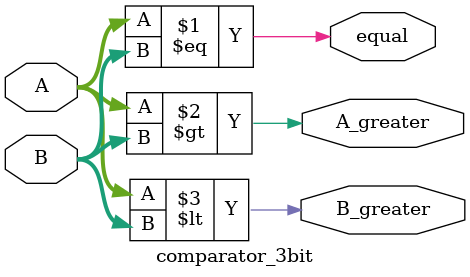
<source format=v>
module comparator_3bit(
    input [2:0] A,
    input [2:0] B,
    output equal,
    output A_greater,
    output B_greater
);

assign equal = (A == B);
assign A_greater = (A > B);
assign B_greater = (A < B);

endmodule


</source>
